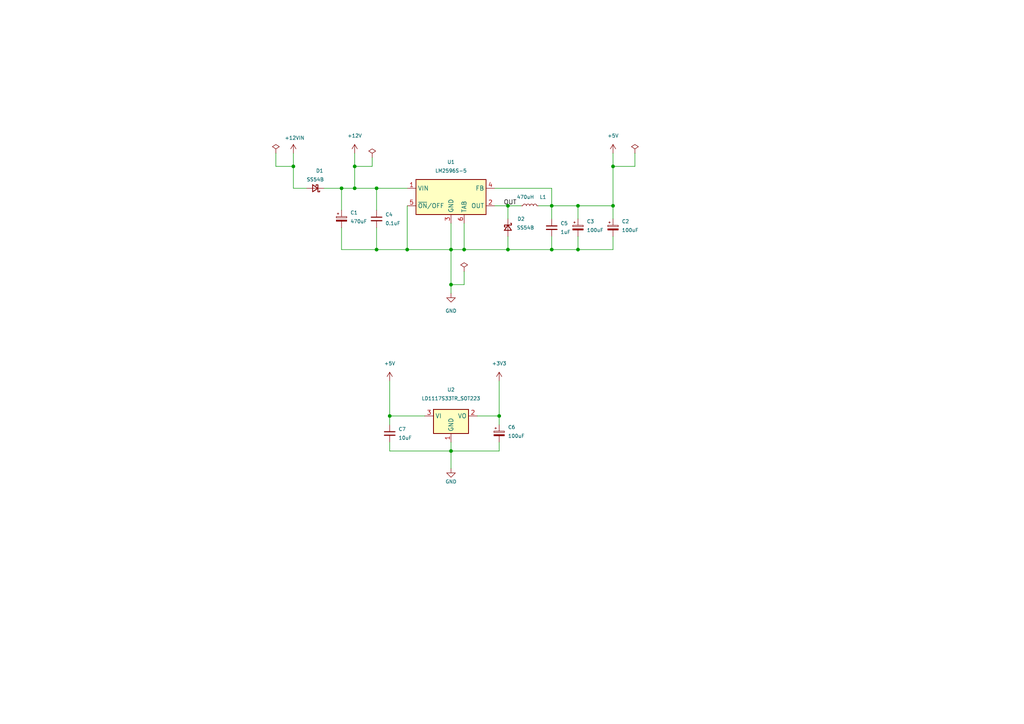
<source format=kicad_sch>
(kicad_sch (version 20250114) (generator "eeschema") (generator_version "9.0")
  (paper "A4")
  (lib_symbols
    (symbol "D_Schottky_Small_1" (pin_numbers (hide yes)) (pin_names (offset 0.254) (hide yes))
      (property "Reference" "D1" (at -1.27 -5.08 0))
      (property "Value" "SS54B" (at 0 -2.54 0))
      (symbol "D_Schottky_Small_1_0_1"
        (polyline (pts (xy -1.27 0.762) (xy -1.27 1.016) (xy -0.762 1.016) (xy -0.762 -1.016) (xy -0.254 -1.016) (xy -0.254 -0.762)) (stroke (width 0.254)))
        (polyline (pts (xy -0.762 0) (xy 0.762 0)))
        (polyline (pts (xy 0.762 -1.016) (xy -0.762 0) (xy 0.762 1.016) (xy 0.762 -1.016)) (stroke (width 0.254)))
      )
      (symbol "D_Schottky_Small_1_1_1"
        (pin passive line (at -2.54 0 0) (length 1.778) (name "K") (number "C"))
        (pin passive line (at 2.54 0 180) (length 1.778) (name "A") (number "A"))
      )
    )
    (symbol "Device:C_Polarized_Small" (pin_numbers (hide yes)) (pin_names (offset 0.254) (hide yes))
      (property "Reference" "C" (at 0.254 1.778 0))
      (property "Value" "C_Polarized_Small" (at 0.254 -2.032 0))
      (symbol "C_Polarized_Small_0_1"
        (rectangle (start -1.524 0.6858) (end 1.524 0.3048))
        (rectangle (start -1.524 -0.3048) (end 1.524 -0.6858) (fill (type outline)))
        (polyline (pts (xy -1.27 1.524) (xy -0.762 1.524)))
        (polyline (pts (xy -1.016 1.27) (xy -1.016 1.778)))
      )
      (symbol "C_Polarized_Small_1_1"
        (pin passive line (at 0 2.54 270) (length 1.8542) (name "~") (number "1"))
        (pin passive line (at 0 -2.54 90) (length 1.8542) (name "~") (number "2"))
      )
    )
    (symbol "Device:C_Small" (pin_numbers (hide yes)) (pin_names (offset 0.254) (hide yes))
      (property "Reference" "C" (at 0.254 1.778 0))
      (property "Value" "C_Small" (at 0.254 -2.032 0))
      (symbol "C_Small_0_1"
        (polyline (pts (xy -1.524 0.508) (xy 1.524 0.508)) (stroke (width 0.3048)))
        (polyline (pts (xy -1.524 -0.508) (xy 1.524 -0.508)) (stroke (width 0.3302)))
      )
      (symbol "C_Small_1_1"
        (pin passive line (at 0 2.54 270) (length 2.032) (name "~") (number "1"))
        (pin passive line (at 0 -2.54 90) (length 2.032) (name "~") (number "2"))
      )
    )
    (symbol "Device:D_Schottky_Small" (pin_numbers (hide yes)) (pin_names (offset 0.254) (hide yes))
      (property "Reference" "D2" (at -2.54 3.81 90))
      (property "Value" "SS54B" (at 0 5.08 90))
      (symbol "D_Schottky_Small_0_1"
        (polyline (pts (xy -1.27 0.762) (xy -1.27 1.016) (xy -0.762 1.016) (xy -0.762 -1.016) (xy -0.254 -1.016) (xy -0.254 -0.762)) (stroke (width 0.254)))
        (polyline (pts (xy -0.762 0) (xy 0.762 0)))
        (polyline (pts (xy 0.762 -1.016) (xy -0.762 0) (xy 0.762 1.016) (xy 0.762 -1.016)) (stroke (width 0.254)))
      )
      (symbol "D_Schottky_Small_1_1"
        (pin passive line (at -2.54 0 0) (length 1.778) (name "K") (number "C"))
        (pin passive line (at 2.54 0 180) (length 1.778) (name "A") (number "A"))
      )
    )
    (symbol "Device:L_Small" (pin_numbers (hide yes)) (pin_names (offset 0.254) (hide yes))
      (property "Reference" "L" (at 0.762 1.016 0))
      (property "Value" "L_Small" (at 0.762 -1.016 0))
      (symbol "L_Small_0_1"
        (arc (start 0 2.032) (mid 0.5058 1.524) (end 0 1.016))
        (arc (start 0 1.016) (mid 0.5058 0.508) (end 0 0))
        (arc (start 0 0) (mid 0.5058 -0.508) (end 0 -1.016))
        (arc (start 0 -1.016) (mid 0.5058 -1.524) (end 0 -2.032))
      )
      (symbol "L_Small_1_1"
        (pin passive line (at 0 2.54 270) (length 0.508) (name "~") (number "1"))
        (pin passive line (at 0 -2.54 90) (length 0.508) (name "~") (number "2"))
      )
    )
    (symbol "Regulator_Linear:LD1117S33TR_SOT223"
      (property "Reference" "U" (at -3.81 3.175 0))
      (property "Value" "LD1117S33TR_SOT223" (at 0 3.175 0))
      (symbol "LD1117S33TR_SOT223_0_1"
        (rectangle (start -5.08 -5.08) (end 5.08 1.905) (stroke (width 0.254)) (fill (type background)))
      )
      (symbol "LD1117S33TR_SOT223_1_1"
        (pin power_in line (at -7.62 0 0) (length 2.54) (name "VI") (number "3"))
        (pin power_in line (at 0 -7.62 90) (length 2.54) (name "GND") (number "1"))
        (pin power_out line (at 7.62 0 180) (length 2.54) (name "VO") (number "2"))
      )
    )
    (symbol "Regulator_Switching:LM2596S-5"
      (property "Reference" "U1" (at 0 10.16 0))
      (property "Value" "LM2596S-5" (at 0 7.62 0))
      (symbol "LM2596S-5_0_1"
        (rectangle (start -10.16 5.08) (end 10.16 -5.08) (stroke (width 0.254)) (fill (type background)))
      )
      (symbol "LM2596S-5_1_1"
        (pin power_in line (at -12.7 2.54 0) (length 2.54) (name "VIN") (number "1"))
        (pin input line (at -12.7 -2.54 0) (length 2.54) (name "~{ON}/OFF") (number "5"))
        (pin power_in line (at 0 -7.62 90) (length 2.54) (name "GND") (number "3"))
        (pin input line (at 3.81 -7.62 90) (length 2.54) (name "TAB") (number "6"))
        (pin input line (at 12.7 2.54 180) (length 2.54) (name "FB") (number "4"))
        (pin output line (at 12.7 -2.54 180) (length 2.54) (name "OUT") (number "2"))
      )
    )
    (symbol "power:+12V" (power) (pin_numbers (hide yes)) (pin_names (offset 0) (hide yes))
      (property "Value" "+12V" (at 0 3.556 0))
      (symbol "+12V_0_1"
        (polyline (pts (xy -0.762 1.27) (xy 0 2.54)))
        (polyline (pts (xy 0 2.54) (xy 0.762 1.27)))
        (polyline (pts (xy 0 0) (xy 0 2.54)))
      )
      (symbol "+12V_1_1"
        (pin power_in line (at 0 0 90) (length 0) (name "~") (number "1"))
      )
    )
    (symbol "power:+12VA" (power) (pin_names (offset 0))
      (property "Value" "+12VA" (at 0 3.556 0))
      (symbol "+12VA_0_1"
        (polyline (pts (xy -0.762 1.27) (xy 0 2.54)))
        (polyline (pts (xy 0 2.54) (xy 0.762 1.27)))
        (polyline (pts (xy 0 0) (xy 0 2.54)))
      )
      (symbol "+12VA_1_1"
        (pin power_in line (at 0 0 90) (length 0) (hide yes) (name "+12VA") (number "1"))
      )
    )
    (symbol "power:+3V3" (power) (pin_names (offset 0))
      (property "Value" "+3V3" (at 0 3.556 0))
      (symbol "+3V3_0_1"
        (polyline (pts (xy -0.762 1.27) (xy 0 2.54)))
        (polyline (pts (xy 0 2.54) (xy 0.762 1.27)))
        (polyline (pts (xy 0 0) (xy 0 2.54)))
      )
      (symbol "+3V3_1_1"
        (pin power_in line (at 0 0 90) (length 0) (hide yes) (name "+3V3") (number "1"))
      )
    )
    (symbol "power:+5V" (power) (pin_names (offset 0))
      (property "Value" "+5V" (at 0 3.556 0))
      (symbol "+5V_0_1"
        (polyline (pts (xy -0.762 1.27) (xy 0 2.54)))
        (polyline (pts (xy 0 2.54) (xy 0.762 1.27)))
        (polyline (pts (xy 0 0) (xy 0 2.54)))
      )
      (symbol "+5V_1_1"
        (pin power_in line (at 0 0 90) (length 0) (hide yes) (name "+5V") (number "1"))
      )
    )
    (symbol "power:GND" (power) (pin_names (offset 0))
      (property "Value" "GND" (at 0 -3.81 0))
      (symbol "GND_0_1"
        (polyline (pts (xy 0 0) (xy 0 -1.27) (xy 1.27 -1.27) (xy 0 -2.54) (xy -1.27 -1.27) (xy 0 -1.27)))
      )
      (symbol "GND_1_1"
        (pin power_in line (at 0 0 270) (length 0) (hide yes) (name "GND") (number "1"))
      )
    )
    (symbol "power:PWR_FLAG" (power) (pin_numbers (hide yes)) (pin_names (offset 0) (hide yes))
      (property "Value" "PWR_FLAG" (at 0 3.81 0))
      (symbol "PWR_FLAG_0_0"
        (pin power_out line (at 0 0 90) (length 0) (name "~") (number "1"))
      )
      (symbol "PWR_FLAG_0_1"
        (polyline (pts (xy 0 0) (xy 0 1.27) (xy -1.016 1.905) (xy 0 2.54) (xy 1.016 1.905) (xy 0 1.27)))
      )
    )
  )
  (junction (at 118.11 72.39))
  (junction (at 147.32 72.39))
  (junction (at 102.87 54.61))
  (junction (at 109.22 54.61))
  (junction (at 134.62 72.39))
  (junction (at 130.81 130.81))
  (junction (at 177.8 59.69))
  (junction (at 109.22 72.39))
  (junction (at 99.06 54.61))
  (junction (at 167.64 59.69))
  (junction (at 177.8 48.26))
  (junction (at 160.02 59.69))
  (junction (at 113.03 120.65))
  (junction (at 147.32 59.69))
  (junction (at 130.81 72.39))
  (junction (at 85.09 48.26))
  (junction (at 102.87 48.26))
  (junction (at 144.78 120.65))
  (junction (at 160.02 72.39))
  (junction (at 130.81 82.55))
  (junction (at 167.64 72.39))
  (wire (pts (xy 118.11 72.39) (xy 130.81 72.39)))
  (wire (pts (xy 113.03 120.65) (xy 123.19 120.65)))
  (wire (pts (xy 107.95 48.26) (xy 102.87 48.26)))
  (wire (pts (xy 177.8 48.26) (xy 177.8 59.69)))
  (wire (pts (xy 113.03 130.81) (xy 130.81 130.81)))
  (wire (pts (xy 177.8 44.45) (xy 177.8 48.26)))
  (wire (pts (xy 144.78 128.27) (xy 144.78 130.81)))
  (wire (pts (xy 144.78 120.65) (xy 144.78 123.19)))
  (wire (pts (xy 102.87 44.45) (xy 102.87 48.26)))
  (wire (pts (xy 99.06 72.39) (xy 109.22 72.39)))
  (wire (pts (xy 109.22 54.61) (xy 109.22 60.96)))
  (wire (pts (xy 130.81 82.55) (xy 134.62 82.55)))
  (wire (pts (xy 147.32 59.69) (xy 147.32 63.5)))
  (wire (pts (xy 147.32 59.69) (xy 151.13 59.69)))
  (wire (pts (xy 113.03 128.27) (xy 113.03 130.81)))
  (wire (pts (xy 143.51 54.61) (xy 160.02 54.61)))
  (wire (pts (xy 138.43 120.65) (xy 144.78 120.65)))
  (wire (pts (xy 130.81 130.81) (xy 130.81 135.89)))
  (wire (pts (xy 147.32 72.39) (xy 134.62 72.39)))
  (wire (pts (xy 85.09 48.26) (xy 85.09 54.61)))
  (wire (pts (xy 113.03 110.49) (xy 113.03 120.65)))
  (wire (pts (xy 134.62 78.74) (xy 134.62 82.55)))
  (wire (pts (xy 160.02 72.39) (xy 147.32 72.39)))
  (wire (pts (xy 99.06 54.61) (xy 102.87 54.61)))
  (wire (pts (xy 80.01 44.45) (xy 80.01 48.26)))
  (wire (pts (xy 130.81 64.77) (xy 130.81 72.39)))
  (wire (pts (xy 93.98 54.61) (xy 99.06 54.61)))
  (wire (pts (xy 134.62 64.77) (xy 134.62 72.39)))
  (wire (pts (xy 134.62 72.39) (xy 130.81 72.39)))
  (wire (pts (xy 177.8 59.69) (xy 177.8 63.5)))
  (wire (pts (xy 130.81 82.55) (xy 130.81 85.09)))
  (wire (pts (xy 160.02 54.61) (xy 160.02 59.69)))
  (wire (pts (xy 160.02 59.69) (xy 167.64 59.69)))
  (wire (pts (xy 156.21 59.69) (xy 160.02 59.69)))
  (wire (pts (xy 144.78 130.81) (xy 130.81 130.81)))
  (wire (pts (xy 130.81 72.39) (xy 130.81 82.55)))
  (wire (pts (xy 102.87 54.61) (xy 109.22 54.61)))
  (wire (pts (xy 167.64 59.69) (xy 167.64 63.5)))
  (wire (pts (xy 88.9 54.61) (xy 85.09 54.61)))
  (wire (pts (xy 167.64 59.69) (xy 177.8 59.69)))
  (wire (pts (xy 99.06 66.04) (xy 99.06 72.39)))
  (wire (pts (xy 99.06 54.61) (xy 99.06 60.96)))
  (wire (pts (xy 167.64 72.39) (xy 160.02 72.39)))
  (wire (pts (xy 109.22 66.04) (xy 109.22 72.39)))
  (wire (pts (xy 177.8 72.39) (xy 167.64 72.39)))
  (wire (pts (xy 109.22 54.61) (xy 118.11 54.61)))
  (wire (pts (xy 147.32 68.58) (xy 147.32 72.39)))
  (wire (pts (xy 113.03 123.19) (xy 113.03 120.65)))
  (wire (pts (xy 144.78 110.49) (xy 144.78 120.65)))
  (wire (pts (xy 160.02 68.58) (xy 160.02 72.39)))
  (wire (pts (xy 184.15 44.45) (xy 184.15 48.26)))
  (wire (pts (xy 167.64 68.58) (xy 167.64 72.39)))
  (wire (pts (xy 109.22 72.39) (xy 118.11 72.39)))
  (wire (pts (xy 143.51 59.69) (xy 147.32 59.69)))
  (wire (pts (xy 177.8 68.58) (xy 177.8 72.39)))
  (wire (pts (xy 160.02 59.69) (xy 160.02 63.5)))
  (wire (pts (xy 130.81 128.27) (xy 130.81 130.81)))
  (wire (pts (xy 184.15 48.26) (xy 177.8 48.26)))
  (wire (pts (xy 85.09 44.45) (xy 85.09 48.26)))
  (wire (pts (xy 80.01 48.26) (xy 85.09 48.26)))
  (wire (pts (xy 107.95 45.72) (xy 107.95 48.26)))
  (wire (pts (xy 102.87 48.26) (xy 102.87 54.61)))
  (wire (pts (xy 118.11 59.69) (xy 118.11 72.39)))
  (label "OUT" (at 146.05 59.69 0))
  (symbol (lib_name "D_Schottky_Small_1") (lib_id "Device:D_Schottky_Small") (at 91.44 54.61 180) (unit 1)
    (property "Reference" "D1" (at 92.71 49.53 0) (effects (font (size 1.016 1.016))))
    (property "Value" "SS54B" (at 91.44 52.07 0) (effects (font (size 1.016 1.016))))
    (property "Footprint" "My Library:DIOM4336X244N" (effects (hide yes)))
    (property "JLCPCB Part #" "C698840" (effects (hide yes)))
  )
  (symbol (lib_id "Device:C_Polarized_Small") (at 144.78 125.73 0) (unit 1)
    (property "Reference" "C6" (at 147.32 123.9139 0) (effects (font (size 1.016 1.016)) (justify left)))
    (property "Value" "100uF" (at 147.32 126.4539 0) (effects (font (size 1.016 1.016)) (justify left)))
    (property "Footprint" "Capacitor_Tantalum_SMD:CP_EIA-3528-21_Kemet-B" (effects (hide yes)))
    (property "JLCPCB Part #" "C16133" (effects (hide yes)))
  )
  (symbol (lib_id "Device:C_Polarized_Small") (at 99.06 63.5 0) (unit 1)
    (property "Reference" "C1" (at 101.6 61.6839 0) (effects (font (size 1.016 1.016)) (justify left)))
    (property "Value" "470uF" (at 101.6 64.2239 0) (effects (font (size 1.016 1.016)) (justify left)))
    (property "Footprint" "Capacitor_SMD:CP_Elec_10x10" (effects (hide yes)))
    (property "JLCPCB Part #" " C3351" (effects (hide yes)))
  )
  (symbol (lib_id "power:+3V3") (at 144.78 110.49 0) (unit 1)
    (property "Reference" "#PWR06" (effects (hide yes)))
    (property "Value" "+3V3" (at 144.78 105.41 0) (effects (font (size 1.016 1.016))))
  )
  (symbol (lib_id "power:PWR_FLAG") (at 134.62 78.74 0) (unit 1)
    (property "Reference" "#FLG05" (effects (hide yes)))
    (property "Value" "PWR_FLAG" (effects (hide yes)))
    (property "Description" "Special symbol for telling ERC where power comes from" (effects (hide yes)))
  )
  (symbol (lib_id "power:PWR_FLAG") (at 107.95 45.72 0) (unit 1)
    (property "Reference" "#FLG01" (effects (hide yes)))
    (property "Value" "PWR_FLAG" (effects (hide yes)))
    (property "Description" "Special symbol for telling ERC where power comes from" (effects (hide yes)))
  )
  (symbol (lib_id "power:PWR_FLAG") (at 184.15 44.45 0) (unit 1)
    (property "Reference" "#FLG02" (effects (hide yes)))
    (property "Value" "PWR_FLAG" (effects (hide yes)))
    (property "Description" "Special symbol for telling ERC where power comes from" (effects (hide yes)))
  )
  (symbol (lib_id "Device:L_Small") (at 153.67 59.69 90) (unit 1)
    (property "Reference" "L1" (at 157.48 57.15 90) (effects (font (size 1.016 1.016))))
    (property "Value" "470uH" (at 152.4 57.15 90) (effects (font (size 1.016 1.016))))
    (property "Footprint" "Inductor_SMD:L_Sunlord_SWRB1207S" (effects (hide yes)))
    (property "JLCPCB Part #" "C169382 " (effects (hide yes)))
  )
  (symbol (lib_id "Regulator_Switching:LM2596S-5") (at 130.81 57.15 0) (unit 1)
    (property "Reference" "U1" (at 130.81 46.99 0) (effects (font (size 1.016 1.016))))
    (property "Value" "LM2596S-5" (at 130.81 49.53 0) (effects (font (size 1.016 1.016))))
    (property "Footprint" "Package_TO_SOT_SMD:TO-263-5_TabPin6" (effects (hide yes)))
    (property "Datasheet" "http://www.ti.com/lit/ds/symlink/lm2596.pdf" (effects (hide yes)))
    (property "LCSC Part #" " C10002" (effects (hide yes)))
  )
  (symbol (lib_id "Device:C_Polarized_Small") (at 167.64 66.04 0) (unit 1)
    (property "Reference" "C3" (at 170.18 64.2239 0) (effects (font (size 1.016 1.016)) (justify left)))
    (property "Value" "100uF" (at 170.18 66.7639 0) (effects (font (size 1.016 1.016)) (justify left)))
    (property "Footprint" "Capacitor_Tantalum_SMD:CP_EIA-3528-21_Kemet-B" (effects (hide yes)))
    (property "JLCPCB Part #" "C16133" (effects (hide yes)))
  )
  (symbol (lib_id "Regulator_Linear:LD1117S33TR_SOT223") (at 130.81 120.65 0) (unit 1)
    (property "Reference" "U2" (at 130.81 113.03 0) (effects (font (size 1.016 1.016))))
    (property "Value" "LD1117S33TR_SOT223" (at 130.81 115.57 0) (effects (font (size 1.016 1.016))))
    (property "Footprint" "Package_TO_SOT_SMD:SOT-223-3_TabPin2" (effects (hide yes)))
    (property "Datasheet" "http://www.st.com/st-web-ui/static/active/en/resource/technical/document/datasheet/CD00000544.pdf" (effects (hide yes)))
    (property "JLCPCB Part #" "C347229" (effects (hide yes)))
  )
  (symbol (lib_id "Device:C_Polarized_Small") (at 177.8 66.04 0) (unit 1)
    (property "Reference" "C2" (at 180.34 64.2239 0) (effects (font (size 1.016 1.016)) (justify left)))
    (property "Value" "100uF" (at 180.34 66.7639 0) (effects (font (size 1.016 1.016)) (justify left)))
    (property "Footprint" "Capacitor_Tantalum_SMD:CP_EIA-3528-21_Kemet-B" (effects (hide yes)))
    (property "JLCPCB Part #" "C16133" (effects (hide yes)))
  )
  (symbol (lib_id "Device:C_Small") (at 113.03 125.73 0) (unit 1)
    (property "Reference" "C7" (at 115.57 124.4663 0) (effects (font (size 1.016 1.016)) (justify left)))
    (property "Value" "10uF" (at 115.57 127.0063 0) (effects (font (size 1.016 1.016)) (justify left)))
    (property "Footprint" "Capacitor_SMD:C_0603_1608Metric" (effects (hide yes)))
  )
  (symbol (lib_id "power:PWR_FLAG") (at 80.01 44.45 0) (unit 1)
    (property "Reference" "#FLG03" (effects (hide yes)))
    (property "Value" "PWR_FLAG" (effects (hide yes)))
    (property "Description" "Special symbol for telling ERC where power comes from" (effects (hide yes)))
  )
  (symbol (lib_id "power:+12VA") (at 85.09 44.45 0) (unit 1)
    (property "Reference" "#PWR02" (effects (hide yes)))
    (property "Value" "+12VIN" (at 82.55 40.005 0) (effects (font (size 1.016 1.016)) (justify left)))
  )
  (symbol (lib_id "Device:C_Small") (at 160.02 66.04 0) (unit 1)
    (property "Reference" "C5" (at 162.56 64.7763 0) (effects (font (size 1.016 1.016)) (justify left)))
    (property "Value" "1uF" (at 162.56 67.3163 0) (effects (font (size 1.016 1.016)) (justify left)))
    (property "Footprint" "Capacitor_SMD:C_0603_1608Metric" (effects (hide yes)))
  )
  (symbol (lib_id "power:GND") (at 130.81 85.09 0) (unit 1)
    (property "Reference" "#PWR01" (effects (hide yes)))
    (property "Value" "GND" (at 130.81 90.17 0) (effects (font (size 1.016 1.016))))
  )
  (symbol (lib_id "power:+5V") (at 177.8 44.45 0) (unit 1)
    (property "Reference" "#PWR03" (effects (hide yes)))
    (property "Value" "+5V" (at 177.8 39.37 0) (effects (font (size 1.016 1.016))))
  )
  (symbol (lib_id "Device:C_Small") (at 109.22 63.5 0) (unit 1)
    (property "Reference" "C4" (at 111.76 62.2363 0) (effects (font (size 1.016 1.016)) (justify left)))
    (property "Value" "0.1uF" (at 111.76 64.7763 0) (effects (font (size 1.016 1.016)) (justify left)))
    (property "Footprint" "Capacitor_SMD:C_0603_1608Metric" (effects (hide yes)))
  )
  (symbol (lib_id "power:+5V") (at 113.03 110.49 0) (unit 1)
    (property "Reference" "#PWR05" (effects (hide yes)))
    (property "Value" "+5V" (at 113.03 105.41 0) (effects (font (size 1.016 1.016))))
  )
  (symbol (lib_id "power:+12V") (at 102.87 44.45 0) (unit 1)
    (property "Reference" "#PWR068" (effects (hide yes)))
    (property "Value" "+12V" (at 102.87 39.37 0) (effects (font (size 1.016 1.016))))
    (property "Description" "Power symbol creates a global label with name \"+12V\"" (effects (hide yes)))
  )
  (symbol (lib_id "Device:D_Schottky_Small") (at 147.32 66.04 270) (unit 1)
    (property "Reference" "D2" (at 151.13 63.5 90) (effects (font (size 1.016 1.016))))
    (property "Value" "SS54B" (at 152.4 66.04 90) (effects (font (size 1.016 1.016))))
    (property "Footprint" "My Library:DIOM4336X244N" (effects (hide yes)))
    (property "JLCPCB Part #" "C698840" (effects (hide yes)))
  )
  (symbol (lib_id "power:GND") (at 130.81 135.89 0) (unit 1)
    (property "Reference" "#PWR04" (effects (hide yes)))
    (property "Value" "GND" (at 130.81 139.7 0) (effects (font (size 1.016 1.016))))
  )
)
</source>
